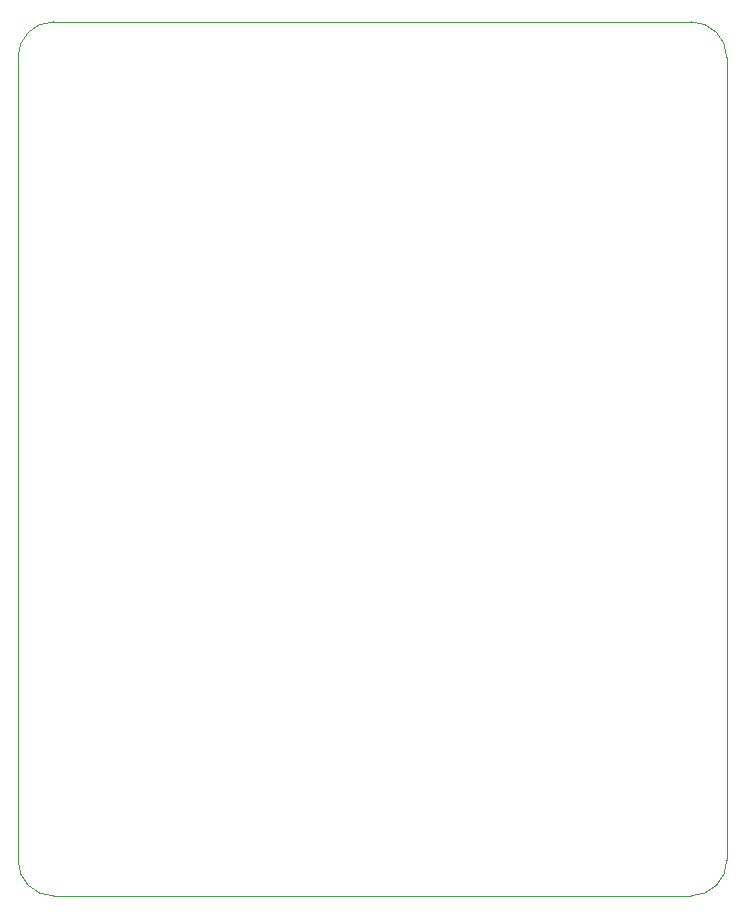
<source format=gbr>
%TF.GenerationSoftware,KiCad,Pcbnew,(6.0.7)*%
%TF.CreationDate,2022-08-26T02:08:05+02:00*%
%TF.ProjectId,airpcb_smd,61697270-6362-45f7-936d-642e6b696361,rev?*%
%TF.SameCoordinates,Original*%
%TF.FileFunction,Paste,Bot*%
%TF.FilePolarity,Positive*%
%FSLAX46Y46*%
G04 Gerber Fmt 4.6, Leading zero omitted, Abs format (unit mm)*
G04 Created by KiCad (PCBNEW (6.0.7)) date 2022-08-26 02:08:05*
%MOMM*%
%LPD*%
G01*
G04 APERTURE LIST*
%TA.AperFunction,Profile*%
%ADD10C,0.050000*%
%TD*%
G04 APERTURE END LIST*
D10*
X103000000Y-50000000D02*
G75*
G03*
X100000000Y-53000000I0J-3000000D01*
G01*
X103000000Y-50000000D02*
X157000000Y-50000000D01*
X100000000Y-121000000D02*
G75*
G03*
X103000000Y-124000000I3000000J0D01*
G01*
X160000000Y-53000000D02*
G75*
G03*
X157000000Y-50000000I-3000000J0D01*
G01*
X160000000Y-53000000D02*
X160000000Y-121000000D01*
X103000000Y-124000000D02*
X157000000Y-124000000D01*
X100000000Y-53000000D02*
X100000000Y-121000000D01*
X157000000Y-124000000D02*
G75*
G03*
X160000000Y-121000000I0J3000000D01*
G01*
M02*

</source>
